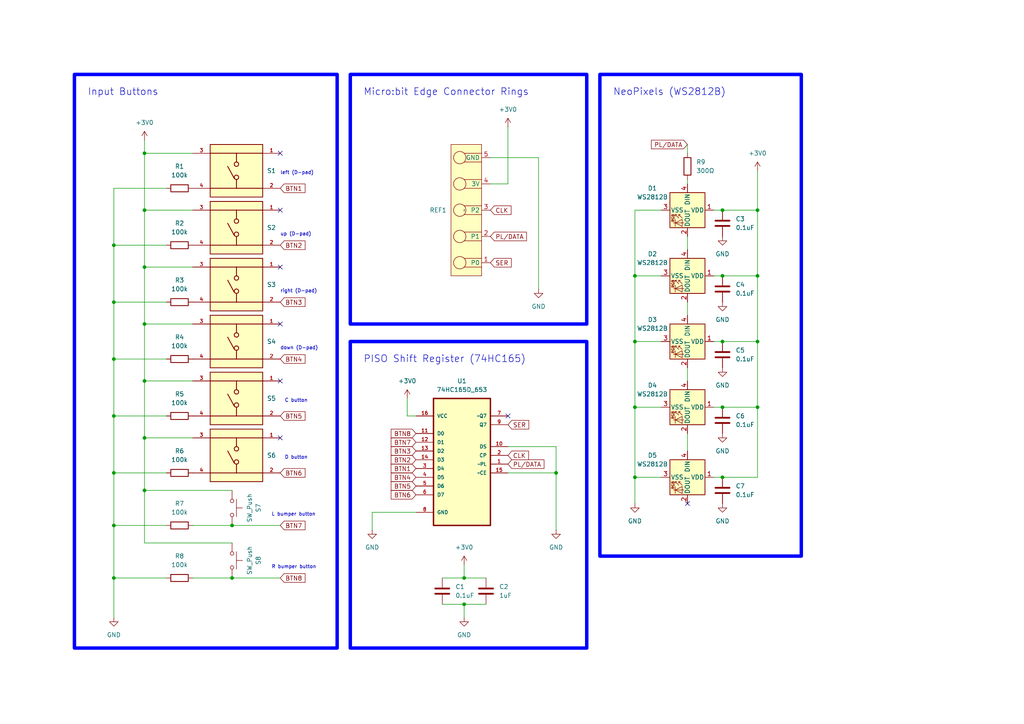
<source format=kicad_sch>
(kicad_sch (version 20230121) (generator eeschema)
  (paper "A4")
  (title_block (title "Micro:bit SMT soldering kit (with bumpers)") (date "2024-05-23") (rev "v1.3") (company "Aron Eggens"))
  (lib_symbols
    (symbol "74HC165D_653:74HC165D_653" (pin_names (offset 1.016))
      (property "Reference" "U" (at -12.7 22.86 0))
      (property "Value" "74HC165D_653" (at -11.43 -19.05 0))
      (symbol "74HC165D_653_0_0"
        (rectangle (start -12.7 21.59) (end 3.81 -15.24) (stroke (width 0.4064)) (fill (type background)))
        (pin input line (at 8.89 2.54 180) (length 5.08) (name "~PL") (number "1"))
        (pin input line (at 8.89 7.62 180) (length 5.08) (name "DS") (number "10"))
        (pin input line (at -17.78 11.43 0) (length 5.08) (name "D0") (number "11"))
        (pin input line (at -17.78 8.89 0) (length 5.08) (name "D1") (number "12"))
        (pin input line (at -17.78 6.35 0) (length 5.08) (name "D2") (number "13"))
        (pin input line (at -17.78 3.81 0) (length 5.08) (name "D3") (number "14"))
        (pin input line (at 8.89 0 180) (length 5.08) (name "~CE") (number "15"))
        (pin power_in line (at -17.78 16.51 0) (length 5.08) (name "VCC") (number "16"))
        (pin input line (at 8.89 5.08 180) (length 5.08) (name "CP") (number "2"))
        (pin input line (at -17.78 1.27 0) (length 5.08) (name "D4") (number "3"))
        (pin input line (at -17.78 -1.27 0) (length 5.08) (name "D5") (number "4"))
        (pin input line (at -17.78 -3.81 0) (length 5.08) (name "D6") (number "5"))
        (pin input line (at -17.78 -6.35 0) (length 5.08) (name "D7") (number "6"))
        (pin output line (at 8.89 16.51 180) (length 5.08) (name "~Q7") (number "7"))
        (pin passive line (at -17.78 -11.43 0) (length 5.08) (name "GND") (number "8"))
        (pin output line (at 8.89 13.97 180) (length 5.08) (name "Q7") (number "9"))
      )
    )
    (symbol "Device:C" (pin_numbers hide) (pin_names (offset 0.254))
      (property "Reference" "C" (at 0.635 2.54 0))
      (property "Value" "C" (at 0.635 -2.54 0))
      (symbol "C_0_1"
        (polyline (pts (xy -2.032 -0.762) (xy 2.032 -0.762)) (stroke (width 0.508)))
        (polyline (pts (xy -2.032 0.762) (xy 2.032 0.762)) (stroke (width 0.508)))
      )
      (symbol "C_1_1"
        (pin passive line (at 0 3.81 270) (length 2.794) (name "~") (number "1"))
        (pin passive line (at 0 -3.81 90) (length 2.794) (name "~") (number "2"))
      )
    )
    (symbol "Device:R" (pin_numbers hide) (pin_names (offset 0))
      (property "Reference" "R" (at 2.032 0 90))
      (property "Value" "R" (at 0 0 90))
      (symbol "R_0_1"
        (rectangle (start -1.016 -2.54) (end 1.016 2.54) (stroke (width 0.254)))
      )
      (symbol "R_1_1"
        (pin passive line (at 0 3.81 270) (length 1.27) (name "~") (number "1"))
        (pin passive line (at 0 -3.81 90) (length 1.27) (name "~") (number "2"))
      )
    )
    (symbol "LED:WS2812B" (pin_names (offset 0.254))
      (property "Reference" "D" (at 5.08 5.715 0))
      (property "Value" "WS2812B" (at 1.27 -5.715 0))
      (symbol "WS2812B_0_0"
        (text "RGB" (at 2.286 -4.191 0) (effects (font (size 0.762 0.762))))
      )
      (symbol "WS2812B_0_1"
        (polyline (pts (xy 1.27 -3.556) (xy 1.778 -3.556)))
        (polyline (pts (xy 1.27 -2.54) (xy 1.778 -2.54)))
        (polyline (pts (xy 4.699 -3.556) (xy 2.667 -3.556)))
        (polyline (pts (xy 2.286 -2.54) (xy 1.27 -3.556) (xy 1.27 -3.048)))
        (polyline (pts (xy 2.286 -1.524) (xy 1.27 -2.54) (xy 1.27 -2.032)))
        (polyline (pts (xy 3.683 -1.016) (xy 3.683 -3.556) (xy 3.683 -4.064)))
        (polyline (pts (xy 4.699 -1.524) (xy 2.667 -1.524) (xy 3.683 -3.556) (xy 4.699 -1.524)))
        (rectangle (start 5.08 5.08) (end -5.08 -5.08) (stroke (width 0.254)) (fill (type background)))
      )
      (symbol "WS2812B_1_1"
        (pin power_in line (at 0 7.62 270) (length 2.54) (name "VDD") (number "1"))
        (pin output line (at 7.62 0 180) (length 2.54) (name "DOUT") (number "2"))
        (pin power_in line (at 0 -7.62 90) (length 2.54) (name "VSS") (number "3"))
        (pin input line (at -7.62 0 0) (length 2.54) (name "DIN") (number "4"))
      )
    )
    (symbol "Microbit_accessory:expansion_connector"
      (property "Reference" "REF**" (at -22.86 5.08 0))
      (symbol "expansion_connector_0_1"
        (circle (center -15.24 2.54) (radius 1.7961))
        (circle (center -7.62 2.54) (radius 1.7961))
        (polyline (pts (xy -16.51 -3.81) (xy -16.51 1.27)))
        (polyline (pts (xy -13.97 1.27) (xy -13.97 -3.81)))
        (polyline (pts (xy -8.89 -3.81) (xy -8.89 1.27)))
        (polyline (pts (xy -6.35 1.27) (xy -6.35 -3.81)))
        (polyline (pts (xy -1.27 -3.81) (xy -1.27 1.27)))
        (polyline (pts (xy 1.27 1.27) (xy 1.27 -3.81)))
        (polyline (pts (xy 6.35 1.27) (xy 6.35 -3.81)))
        (polyline (pts (xy 8.89 -3.81) (xy 8.89 1.27)))
        (polyline (pts (xy 13.97 1.27) (xy 13.97 -3.81)))
        (polyline (pts (xy 16.51 1.27) (xy 16.51 -3.81)))
        (circle (center 0 2.54) (radius 1.7961))
        (circle (center 7.62 2.54) (radius 1.7961))
        (circle (center 15.24 2.54) (radius 1.7961))
      )
      (symbol "expansion_connector_1_1"
        (rectangle (start -19.05 5.08) (end 19.05 -3.81) (fill (type background)))
        (pin bidirectional line (at -15.24 -6.35 90) (length 2.54) (name "P0") (number "1"))
        (pin bidirectional line (at -7.62 -6.35 90) (length 2.54) (name "P1") (number "2"))
        (pin bidirectional line (at 0 -6.35 90) (length 2.54) (name "P2") (number "3"))
        (pin power_out line (at 7.62 -6.35 90) (length 2.54) (name "3V") (number "4"))
        (pin power_out line (at 15.24 -6.35 90) (length 2.54) (name "GND") (number "5"))
      )
    )
    (symbol "Switch:SW_Push" (pin_numbers hide) (pin_names (offset 1.016) hide)
      (property "Reference" "SW" (at 1.27 2.54 0))
      (property "Value" "SW_Push" (at 0 -1.524 0))
      (symbol "SW_Push_0_1"
        (circle (center -2.032 0) (radius 0.508))
        (polyline (pts (xy 0 1.27) (xy 0 3.048)))
        (polyline (pts (xy 2.54 1.27) (xy -2.54 1.27)))
        (circle (center 2.032 0) (radius 0.508))
        (pin passive line (at -5.08 0 0) (length 2.54) (name "1") (number "1"))
        (pin passive line (at 5.08 0 180) (length 2.54) (name "2") (number "2"))
      )
    )
    (symbol "TS04-66-95-BK-100-SMT:TS04-66-95-BK-100-SMT" (pin_names (offset 1.016))
      (property "Reference" "S" (at -7.62 8.382 0))
      (property "Value" "TS04-66-95-BK-100-SMT" (at -7.62 -8.382 0))
      (symbol "TS04-66-95-BK-100-SMT_0_0"
        (rectangle (start -7.62 -7.62) (end 7.62 7.62) (stroke (width 0.254)) (fill (type background)))
        (circle (center 0 -1.905) (radius 0.635) (stroke (width 0.254)))
        (polyline (pts (xy 0 -5.08) (xy -7.62 -5.08)) (stroke (width 0.254)))
        (polyline (pts (xy 0 -5.08) (xy 7.62 -5.08)) (stroke (width 0.254)))
        (polyline (pts (xy 0 -2.54) (xy 0 -5.08)) (stroke (width 0.254)))
        (polyline (pts (xy 0 5.08) (xy -7.62 5.08)) (stroke (width 0.254)))
        (polyline (pts (xy 0 5.08) (xy 0 2.54)) (stroke (width 0.254)))
        (polyline (pts (xy 0 5.08) (xy 7.62 5.08)) (stroke (width 0.254)))
        (polyline (pts (xy 0.635 -2.2225) (xy 2.54 1.27)) (stroke (width 0.254)))
        (circle (center 0 1.905) (radius 0.635) (stroke (width 0.254)))
        (pin passive line (at -12.7 5.08 0) (length 5.08) (name "~") (number "1"))
        (pin passive line (at -12.7 -5.08 0) (length 5.08) (name "~") (number "2"))
        (pin passive line (at 12.7 5.08 180) (length 5.08) (name "~") (number "3"))
        (pin passive line (at 12.7 -5.08 180) (length 5.08) (name "~") (number "4"))
      )
    )
    (symbol "power:+3V0" (power) (pin_names (offset 0))
      (property "Value" "+3V0" (at 0 3.556 0))
      (symbol "+3V0_0_1"
        (polyline (pts (xy -0.762 1.27) (xy 0 2.54)))
        (polyline (pts (xy 0 0) (xy 0 2.54)))
        (polyline (pts (xy 0 2.54) (xy 0.762 1.27)))
      )
      (symbol "+3V0_1_1"
        (pin power_in line (at 0 0 90) (length 0) hide (name "+3V0") (number "1"))
      )
    )
    (symbol "power:GND" (power) (pin_names (offset 0))
      (property "Value" "GND" (at 0 -3.81 0))
      (symbol "GND_0_1"
        (polyline (pts (xy 0 0) (xy 0 -1.27) (xy 1.27 -1.27) (xy 0 -2.54) (xy -1.27 -1.27) (xy 0 -1.27)))
      )
      (symbol "GND_1_1"
        (pin power_in line (at 0 0 270) (length 0) hide (name "GND") (number "1"))
      )
    )
  )
  (junction (at 33.02 167.64))
  (junction (at 184.15 99.06))
  (junction (at 209.55 80.01))
  (junction (at 67.31 167.64))
  (junction (at 41.91 77.47))
  (junction (at 33.02 152.4))
  (junction (at 209.55 99.06))
  (junction (at 219.71 80.01))
  (junction (at 41.91 127))
  (junction (at 41.91 110.49))
  (junction (at 33.02 120.65))
  (junction (at 184.15 138.43))
  (junction (at 209.55 138.43))
  (junction (at 41.91 44.45))
  (junction (at 41.91 142.24))
  (junction (at 33.02 137.16))
  (junction (at 161.29 137.16))
  (junction (at 184.15 118.11))
  (junction (at 67.31 152.4))
  (junction (at 33.02 104.14))
  (junction (at 134.62 167.64))
  (junction (at 41.91 60.96))
  (junction (at 219.71 99.06))
  (junction (at 184.15 80.01))
  (junction (at 219.71 60.96))
  (junction (at 41.91 93.98))
  (junction (at 33.02 71.12))
  (junction (at 134.62 175.26))
  (junction (at 219.71 118.11))
  (junction (at 33.02 87.63))
  (junction (at 209.55 118.11))
  (junction (at 209.55 60.96))
  (no_connect (at 81.28 110.49))
  (no_connect (at 81.28 93.98))
  (no_connect (at 81.28 77.47))
  (no_connect (at 199.39 146.05))
  (no_connect (at 81.28 44.45))
  (no_connect (at 147.32 120.65))
  (no_connect (at 81.28 60.96))
  (no_connect (at 81.28 127))
  (wire (pts (xy 207.01 118.11) (xy 209.55 118.11)))
  (wire (pts (xy 134.62 163.83) (xy 134.62 167.64)))
  (wire (pts (xy 209.55 118.11) (xy 219.71 118.11)))
  (wire (pts (xy 184.15 80.01) (xy 184.15 99.06)))
  (wire (pts (xy 134.62 175.26) (xy 140.97 175.26)))
  (wire (pts (xy 209.55 99.06) (xy 219.71 99.06)))
  (wire (pts (xy 219.71 60.96) (xy 219.71 80.01)))
  (wire (pts (xy 156.21 45.72) (xy 156.21 83.82)))
  (wire (pts (xy 184.15 118.11) (xy 191.77 118.11)))
  (wire (pts (xy 184.15 60.96) (xy 184.15 80.01)))
  (wire (pts (xy 207.01 99.06) (xy 209.55 99.06)))
  (wire (pts (xy 41.91 142.24) (xy 41.91 157.48)))
  (wire (pts (xy 33.02 71.12) (xy 33.02 87.63)))
  (wire (pts (xy 147.32 53.34) (xy 147.32 36.83)))
  (wire (pts (xy 184.15 99.06) (xy 191.77 99.06)))
  (wire (pts (xy 199.39 68.58) (xy 199.39 72.39)))
  (wire (pts (xy 41.91 77.47) (xy 41.91 93.98)))
  (wire (pts (xy 33.02 87.63) (xy 33.02 104.14)))
  (wire (pts (xy 184.15 138.43) (xy 184.15 146.05)))
  (wire (pts (xy 147.32 137.16) (xy 161.29 137.16)))
  (wire (pts (xy 48.26 137.16) (xy 33.02 137.16)))
  (wire (pts (xy 209.55 80.01) (xy 219.71 80.01)))
  (wire (pts (xy 134.62 167.64) (xy 128.27 167.64)))
  (wire (pts (xy 142.24 45.72) (xy 156.21 45.72)))
  (wire (pts (xy 67.31 152.4) (xy 81.28 152.4)))
  (wire (pts (xy 142.24 53.34) (xy 147.32 53.34)))
  (wire (pts (xy 41.91 44.45) (xy 41.91 60.96)))
  (wire (pts (xy 199.39 52.07) (xy 199.39 53.34)))
  (wire (pts (xy 41.91 142.24) (xy 67.31 142.24)))
  (wire (pts (xy 199.39 41.91) (xy 199.39 44.45)))
  (wire (pts (xy 161.29 129.54) (xy 161.29 137.16)))
  (wire (pts (xy 199.39 87.63) (xy 199.39 91.44)))
  (wire (pts (xy 48.26 167.64) (xy 33.02 167.64)))
  (wire (pts (xy 33.02 120.65) (xy 33.02 137.16)))
  (wire (pts (xy 120.65 120.65) (xy 118.11 120.65)))
  (wire (pts (xy 55.88 110.49) (xy 41.91 110.49)))
  (wire (pts (xy 209.55 60.96) (xy 219.71 60.96)))
  (wire (pts (xy 41.91 127) (xy 41.91 142.24)))
  (wire (pts (xy 199.39 125.73) (xy 199.39 130.81)))
  (wire (pts (xy 134.62 175.26) (xy 134.62 179.07)))
  (wire (pts (xy 184.15 60.96) (xy 191.77 60.96)))
  (wire (pts (xy 55.88 127) (xy 41.91 127)))
  (wire (pts (xy 147.32 129.54) (xy 161.29 129.54)))
  (wire (pts (xy 118.11 120.65) (xy 118.11 115.57)))
  (wire (pts (xy 48.26 152.4) (xy 33.02 152.4)))
  (wire (pts (xy 41.91 77.47) (xy 55.88 77.47)))
  (wire (pts (xy 48.26 54.61) (xy 33.02 54.61)))
  (wire (pts (xy 161.29 137.16) (xy 161.29 153.67)))
  (wire (pts (xy 219.71 49.53) (xy 219.71 60.96)))
  (wire (pts (xy 33.02 104.14) (xy 48.26 104.14)))
  (wire (pts (xy 209.55 138.43) (xy 219.71 138.43)))
  (wire (pts (xy 128.27 175.26) (xy 134.62 175.26)))
  (wire (pts (xy 207.01 138.43) (xy 209.55 138.43)))
  (wire (pts (xy 48.26 120.65) (xy 33.02 120.65)))
  (wire (pts (xy 41.91 40.64) (xy 41.91 44.45)))
  (wire (pts (xy 33.02 54.61) (xy 33.02 71.12)))
  (wire (pts (xy 33.02 104.14) (xy 33.02 120.65)))
  (wire (pts (xy 41.91 93.98) (xy 55.88 93.98)))
  (wire (pts (xy 207.01 60.96) (xy 209.55 60.96)))
  (wire (pts (xy 134.62 167.64) (xy 140.97 167.64)))
  (wire (pts (xy 184.15 118.11) (xy 184.15 138.43)))
  (wire (pts (xy 120.65 148.59) (xy 107.95 148.59)))
  (wire (pts (xy 48.26 71.12) (xy 33.02 71.12)))
  (wire (pts (xy 199.39 106.68) (xy 199.39 110.49)))
  (wire (pts (xy 55.88 44.45) (xy 41.91 44.45)))
  (wire (pts (xy 55.88 60.96) (xy 41.91 60.96)))
  (wire (pts (xy 33.02 137.16) (xy 33.02 152.4)))
  (wire (pts (xy 184.15 99.06) (xy 184.15 118.11)))
  (wire (pts (xy 184.15 80.01) (xy 191.77 80.01)))
  (wire (pts (xy 55.88 152.4) (xy 67.31 152.4)))
  (wire (pts (xy 33.02 152.4) (xy 33.02 167.64)))
  (wire (pts (xy 107.95 148.59) (xy 107.95 153.67)))
  (wire (pts (xy 33.02 167.64) (xy 33.02 179.07)))
  (wire (pts (xy 41.91 127) (xy 41.91 110.49)))
  (wire (pts (xy 55.88 167.64) (xy 67.31 167.64)))
  (wire (pts (xy 219.71 99.06) (xy 219.71 118.11)))
  (wire (pts (xy 207.01 80.01) (xy 209.55 80.01)))
  (wire (pts (xy 41.91 157.48) (xy 67.31 157.48)))
  (wire (pts (xy 219.71 80.01) (xy 219.71 99.06)))
  (wire (pts (xy 67.31 167.64) (xy 81.28 167.64)))
  (wire (pts (xy 219.71 118.11) (xy 219.71 138.43)))
  (wire (pts (xy 184.15 138.43) (xy 191.77 138.43)))
  (wire (pts (xy 41.91 60.96) (xy 41.91 77.47)))
  (wire (pts (xy 33.02 87.63) (xy 48.26 87.63)))
  (wire (pts (xy 41.91 93.98) (xy 41.91 110.49)))
  (rectangle (start 173.99 21.59) (end 232.41 161.29) (stroke (width 1) (color 0 0 255 0.15)))
  (rectangle (start 21.59 21.59) (end 97.79 187.96) (stroke (width 1) (color 0 0 255 0.15)))
  (rectangle (start 101.6 99.06) (end 170.18 187.96) (stroke (width 1) (color 0 0 255 0.15)))
  (rectangle (start 101.6 21.59) (end 170.18 93.98) (stroke (width 1) (color 0 0 255 0.15)))
  (text "D button" (at 82.55 133.35 0) (effects (font (size 1 1)) (justify left bottom)))
  (text "down (D-pad)" (at 81.28 101.6 0) (effects (font (size 1 1)) (justify left bottom)))
  (text "NeoPixels (WS2812B)\n" (at 177.8 27.94 0) (effects (font (size 2 2)) (justify left bottom)))
  (text "C button" (at 82.55 116.84 0) (effects (font (size 1 1)) (justify left bottom)))
  (text "Input Buttons" (at 25.4 27.94 0) (effects (font (size 2 2)) (justify left bottom)))
  (text "L bumper button" (at 78.74 149.86 0) (effects (font (size 1 1)) (justify left bottom)))
  (text "left (D-pad)" (at 81.28 50.8 0) (effects (font (size 1 1)) (justify left bottom)))
  (text "R bumper button" (at 78.74 165.1 0) (effects (font (size 1 1)) (justify left bottom)))
  (text "Micro:bit Edge Connector Rings\n" (at 105.41 27.94 0) (effects (font (size 2 2)) (justify left bottom)))
  (text "right (D-pad)" (at 81.28 85.09 0) (effects (font (size 1 1)) (justify left bottom)))
  (text "up (D-pad)" (at 81.28 68.58 0) (effects (font (size 1 1)) (justify left bottom)))
  (text "PISO Shift Register (74HC165)" (at 105.41 105.41 0) (effects (font (size 2 2)) (justify left bottom)))
  (global_label "BTN2" (shape input) (at 120.65 133.35 180) (property "Intersheetrefs" "${INTERSHEET_REFS}" (effects hide)))
  (global_label "BTN8" (shape input) (at 81.28 167.64 0) (property "Intersheetrefs" "${INTERSHEET_REFS}" (effects hide)))
  (global_label "SER" (shape input) (at 147.32 123.19 0) (property "Intersheetrefs" "${INTERSHEET_REFS}" (effects hide)))
  (global_label "BTN5" (shape input) (at 120.65 140.97 180) (property "Intersheetrefs" "${INTERSHEET_REFS}" (effects hide)))
  (global_label "BTN3" (shape input) (at 81.28 87.63 0) (property "Intersheetrefs" "${INTERSHEET_REFS}" (effects hide)))
  (global_label "CLK" (shape input) (at 147.32 132.08 0) (property "Intersheetrefs" "${INTERSHEET_REFS}" (effects hide)))
  (global_label "BTN1" (shape input) (at 120.65 135.89 180) (property "Intersheetrefs" "${INTERSHEET_REFS}" (effects hide)))
  (global_label "BTN4" (shape input) (at 81.28 104.14 0) (property "Intersheetrefs" "${INTERSHEET_REFS}" (effects hide)))
  (global_label "BTN6" (shape input) (at 120.65 143.51 180) (property "Intersheetrefs" "${INTERSHEET_REFS}" (effects hide)))
  (global_label "BTN4" (shape input) (at 120.65 138.43 180) (property "Intersheetrefs" "${INTERSHEET_REFS}" (effects hide)))
  (global_label "PL{slash}DATA" (shape input) (at 199.39 41.91 180) (property "Intersheetrefs" "${INTERSHEET_REFS}" (effects hide)))
  (global_label "SER" (shape input) (at 142.24 76.2 0) (property "Intersheetrefs" "${INTERSHEET_REFS}" (effects hide)))
  (global_label "BTN1" (shape input) (at 81.28 54.61 0) (property "Intersheetrefs" "${INTERSHEET_REFS}" (effects hide)))
  (global_label "BTN7" (shape input) (at 120.65 128.27 180) (property "Intersheetrefs" "${INTERSHEET_REFS}" (effects hide)))
  (global_label "PL{slash}DATA" (shape input) (at 147.32 134.62 0) (property "Intersheetrefs" "${INTERSHEET_REFS}" (effects hide)))
  (global_label "BTN5" (shape input) (at 81.28 120.65 0) (property "Intersheetrefs" "${INTERSHEET_REFS}" (effects hide)))
  (global_label "PL{slash}DATA" (shape input) (at 142.24 68.58 0) (property "Intersheetrefs" "${INTERSHEET_REFS}" (effects hide)))
  (global_label "BTN2" (shape input) (at 81.28 71.12 0) (property "Intersheetrefs" "${INTERSHEET_REFS}" (effects hide)))
  (global_label "CLK" (shape input) (at 142.24 60.96 0) (property "Intersheetrefs" "${INTERSHEET_REFS}" (effects hide)))
  (global_label "BTN3" (shape input) (at 120.65 130.81 180) (property "Intersheetrefs" "${INTERSHEET_REFS}" (effects hide)))
  (global_label "BTN6" (shape input) (at 81.28 137.16 0) (property "Intersheetrefs" "${INTERSHEET_REFS}" (effects hide)))
  (global_label "BTN8" (shape input) (at 120.65 125.73 180) (property "Intersheetrefs" "${INTERSHEET_REFS}" (effects hide)))
  (global_label "BTN7" (shape input) (at 81.28 152.4 0) (property "Intersheetrefs" "${INTERSHEET_REFS}" (effects hide)))
  (symbol (lib_id "power:+3V0") (at 134.62 163.83 0) (unit 1)
    (property "Reference" "#PWR06" (effects hide))
    (property "Value" "+3V0" (at 134.62 158.75 0))
  )
  (symbol (lib_id "power:GND") (at 184.15 146.05 0) (unit 1)
    (property "Reference" "#PWR015" (effects hide))
    (property "Value" "GND" (at 184.15 151.13 0))
  )
  (symbol (lib_id "power:GND") (at 33.02 179.07 0) (mirror y) (unit 1)
    (property "Reference" "#PWR02" (effects hide))
    (property "Value" "GND" (at 33.02 184.15 0))
  )
  (symbol (lib_id "TS04-66-95-BK-100-SMT:TS04-66-95-BK-100-SMT") (at 68.58 66.04 0) (mirror y) (unit 1)
    (property "Reference" "S2" (at 78.74 66.04 0))
    (property "Value" "TS04-66-95-BK-100-SMT" (effects hide))
    (property "Footprint" "TS-1002S:SW_TS04-66-95-BK-100-SMT" (effects hide))
    (property "MF" "CUI Devices" (effects hide))
    (property "Description" "6 x 6 mm, 9.5 mm Actuator Height, 100 gf, Black, Surface Mount, SPST, Tactile Switch" (effects hide))
    (property "Package" "None" (effects hide))
    (property "Price" "None" (effects hide))
    (property "Check_prices" "https://www.snapeda.com/parts/TS04-66-95-BK-100-SMT/CUI+Devices/view-part/?ref=eda" (effects hide))
    (property "STANDARD" "Manufacturer Recommendations" (effects hide))
    (property "PARTREV" "1.0" (effects hide))
    (property "SnapEDA_Link" "https://www.snapeda.com/parts/TS04-66-95-BK-100-SMT/CUI+Devices/view-part/?ref=snap" (effects hide))
    (property "MP" "TS04-66-95-BK-100-SMT" (effects hide))
    (property "CUI_purchase_URL" "https://www.cuidevices.com/product/switches/tactile-switches/ts04-66-95-bk-100-smt?utm_source=snapeda.com&utm_medium=referral&utm_campaign=snapedaBOM" (effects hide))
    (property "Availability" "In Stock" (effects hide))
    (property "MANUFACTURER" "CUI Devices" (effects hide))
  )
  (symbol (lib_id "power:GND") (at 209.55 68.58 0) (unit 1)
    (property "Reference" "#PWR08" (effects hide))
    (property "Value" "GND" (at 209.55 73.66 0))
  )
  (symbol (lib_id "TS04-66-95-BK-100-SMT:TS04-66-95-BK-100-SMT") (at 68.58 99.06 0) (mirror y) (unit 1)
    (property "Reference" "S4" (at 78.74 99.06 0))
    (property "Value" "TS04-66-95-BK-100-SMT" (effects hide))
    (property "Footprint" "TS-1002S:SW_TS04-66-95-BK-100-SMT" (effects hide))
    (property "MF" "CUI Devices" (effects hide))
    (property "Description" "6 x 6 mm, 9.5 mm Actuator Height, 100 gf, Black, Surface Mount, SPST, Tactile Switch" (effects hide))
    (property "Package" "None" (effects hide))
    (property "Price" "None" (effects hide))
    (property "Check_prices" "https://www.snapeda.com/parts/TS04-66-95-BK-100-SMT/CUI+Devices/view-part/?ref=eda" (effects hide))
    (property "STANDARD" "Manufacturer Recommendations" (effects hide))
    (property "PARTREV" "1.0" (effects hide))
    (property "SnapEDA_Link" "https://www.snapeda.com/parts/TS04-66-95-BK-100-SMT/CUI+Devices/view-part/?ref=snap" (effects hide))
    (property "MP" "TS04-66-95-BK-100-SMT" (effects hide))
    (property "CUI_purchase_URL" "https://www.cuidevices.com/product/switches/tactile-switches/ts04-66-95-bk-100-smt?utm_source=snapeda.com&utm_medium=referral&utm_campaign=snapedaBOM" (effects hide))
    (property "Availability" "In Stock" (effects hide))
    (property "MANUFACTURER" "CUI Devices" (effects hide))
  )
  (symbol (lib_id "Switch:SW_Push") (at 67.31 147.32 270) (unit 1)
    (property "Reference" "S7" (at 74.93 147.32 0))
    (property "Value" "SW_Push" (at 72.39 147.32 0))
    (property "Footprint" "TS-1037:TS-1037_right_angle" (effects hide))
  )
  (symbol (lib_id "Device:C") (at 209.55 64.77 0) (unit 1)
    (property "Reference" "C3" (at 213.36 63.5 0) (effects (justify left)))
    (property "Value" "0.1uF" (at 213.36 66.04 0) (effects (justify left)))
    (property "Footprint" "Capacitor_SMD:C_1206_3216Metric_Pad1.33x1.80mm_HandSolder" (effects hide))
  )
  (symbol (lib_id "power:+3V0") (at 118.11 115.57 0) (unit 1)
    (property "Reference" "#PWR03" (effects hide))
    (property "Value" "+3V0" (at 118.11 110.49 0))
  )
  (symbol (lib_id "Switch:SW_Push") (at 67.31 162.56 270) (unit 1)
    (property "Reference" "S8" (at 74.93 162.56 0))
    (property "Value" "SW_Push" (at 72.39 162.56 0))
    (property "Footprint" "TS-1037:TS-1037_right_angle" (effects hide))
  )
  (symbol (lib_id "74HC165D_653:74HC165D_653") (at 138.43 137.16 0) (unit 1)
    (property "Reference" "U1" (at 133.985 110.49 0))
    (property "Value" "74HC165D_653" (at 133.985 113.03 0))
    (property "Footprint" "74HC165:SOIC127P600X175-16N" (effects hide))
    (property "MF" "Nexperia USA" (effects hide))
    (property "Description" "\nShift Shift Register 1 Element 8 Bit 16-SO\n" (effects hide))
    (property "PACKAGE" "SOIC-16" (effects hide))
    (property "MPN" "74HC165D,653" (effects hide))
    (property "Package" "SO-16 Nexperia USA Inc." (effects hide))
    (property "OC_FARNELL" "1826838" (effects hide))
    (property "SnapEDA_Link" "https://www.snapeda.com/parts/74HC165D,653/Nexperia/view-part/?ref=snap" (effects hide))
    (property "MP" "74HC165D,653" (effects hide))
    (property "Purchase-URL" "https://www.snapeda.com/api/url_track_click_mouser/?unipart_id=32545&manufacturer=Nexperia USA&part_name=74HC165D,653&search_term=74hc165" (effects hide))
    (property "SUPPLIER" "NXP Semiconductors" (effects hide))
    (property "OC_NEWARK" "78R6257" (effects hide))
    (property "RS_Components_1707987_Purchase_URL" "https://www.snapeda.com/api/url_track_click/https%253A//uk.rs-online.com/web/p/counter-ics/1707987//%253Futm_campaign%253Dbuynow%2526utm_medium%253Daggregator%2526utm_source%253Dsnapeda%2526cm_mmc%253Daff-_-uk-_-snapeda-_-1707987/?unipart_id=32545&manufacturer=Nexperia USA&part_name=74HC165D,653&search_term=74hc165" (effects hide))
    (property "Check_prices" "https://www.snapeda.com/parts/74HC165D,653/Nexperia/view-part/?ref=eda" (effects hide))
  )
  (symbol (lib_id "Device:C") (at 140.97 171.45 180) (unit 1)
    (property "Reference" "C2" (at 144.78 170.18 0) (effects (justify right)))
    (property "Value" "1uF" (at 144.78 172.72 0) (effects (justify right)))
    (property "Footprint" "Capacitor_SMD:C_1206_3216Metric_Pad1.33x1.80mm_HandSolder" (effects hide))
  )
  (symbol (lib_id "Microbit_accessory:expansion_connector") (at 135.89 60.96 90) (unit 1)
    (property "Reference" "REF1" (at 129.54 60.96 90) (effects (justify left)))
    (property "Value" "~" (at 134.62 60.96 0))
    (property "Footprint" "Connector_Microbit_Edge:Edge_Connector_Rings" (effects hide))
  )
  (symbol (lib_id "LED:WS2812B") (at 199.39 99.06 270) (unit 1)
    (property "Reference" "D3" (at 189.23 92.71 90))
    (property "Value" "WS2812B" (at 189.23 95.25 90))
    (property "Footprint" "LED_SMD:LED_WS2812B_PLCC4_5.0x5.0mm_P3.2mm" (effects hide))
    (property "Datasheet" "https://cdn-shop.adafruit.com/datasheets/WS2812B.pdf" (effects hide))
  )
  (symbol (lib_id "TS04-66-95-BK-100-SMT:TS04-66-95-BK-100-SMT") (at 68.58 49.53 0) (mirror y) (unit 1)
    (property "Reference" "S1" (at 78.74 49.53 0))
    (property "Value" "TS04-66-95-BK-100-SMT" (effects hide))
    (property "Footprint" "TS-1002S:SW_TS04-66-95-BK-100-SMT" (effects hide))
    (property "MF" "CUI Devices" (effects hide))
    (property "Description" "6 x 6 mm, 9.5 mm Actuator Height, 100 gf, Black, Surface Mount, SPST, Tactile Switch" (effects hide))
    (property "Package" "None" (effects hide))
    (property "Price" "None" (effects hide))
    (property "Check_prices" "https://www.snapeda.com/parts/TS04-66-95-BK-100-SMT/CUI+Devices/view-part/?ref=eda" (effects hide))
    (property "STANDARD" "Manufacturer Recommendations" (effects hide))
    (property "PARTREV" "1.0" (effects hide))
    (property "SnapEDA_Link" "https://www.snapeda.com/parts/TS04-66-95-BK-100-SMT/CUI+Devices/view-part/?ref=snap" (effects hide))
    (property "MP" "TS04-66-95-BK-100-SMT" (effects hide))
    (property "CUI_purchase_URL" "https://www.cuidevices.com/product/switches/tactile-switches/ts04-66-95-bk-100-smt?utm_source=snapeda.com&utm_medium=referral&utm_campaign=snapedaBOM" (effects hide))
    (property "Availability" "In Stock" (effects hide))
    (property "MANUFACTURER" "CUI Devices" (effects hide))
  )
  (symbol (lib_id "power:GND") (at 209.55 106.68 0) (unit 1)
    (property "Reference" "#PWR013" (effects hide))
    (property "Value" "GND" (at 209.55 111.76 0))
  )
  (symbol (lib_id "Device:R") (at 52.07 104.14 270) (mirror x) (unit 1)
    (property "Reference" "R4" (at 52.07 97.79 90))
    (property "Value" "100k" (at 52.07 100.33 90))
    (property "Footprint" "Resistor_SMD:R_1206_3216Metric_Pad1.30x1.75mm_HandSolder" (effects hide))
  )
  (symbol (lib_id "Device:C") (at 209.55 102.87 0) (unit 1)
    (property "Reference" "C5" (at 213.36 101.6 0) (effects (justify left)))
    (property "Value" "0.1uF" (at 213.36 104.14 0) (effects (justify left)))
    (property "Footprint" "Capacitor_SMD:C_1206_3216Metric_Pad1.33x1.80mm_HandSolder" (effects hide))
  )
  (symbol (lib_id "Device:C") (at 209.55 142.24 0) (unit 1)
    (property "Reference" "C7" (at 213.36 140.97 0) (effects (justify left)))
    (property "Value" "0.1uF" (at 213.36 143.51 0) (effects (justify left)))
    (property "Footprint" "Capacitor_SMD:C_1206_3216Metric_Pad1.33x1.80mm_HandSolder" (effects hide))
  )
  (symbol (lib_id "power:GND") (at 209.55 87.63 0) (unit 1)
    (property "Reference" "#PWR012" (effects hide))
    (property "Value" "GND" (at 209.55 92.71 0))
  )
  (symbol (lib_id "Device:R") (at 52.07 137.16 270) (mirror x) (unit 1)
    (property "Reference" "R6" (at 52.07 130.81 90))
    (property "Value" "100k" (at 52.07 133.35 90))
    (property "Footprint" "Resistor_SMD:R_1206_3216Metric_Pad1.30x1.75mm_HandSolder" (effects hide))
  )
  (symbol (lib_id "Device:R") (at 199.39 48.26 0) (unit 1)
    (property "Reference" "R9" (at 201.93 46.99 0) (effects (justify left)))
    (property "Value" "300Ω" (at 201.93 49.53 0) (effects (justify left)))
    (property "Footprint" "Resistor_SMD:R_1206_3216Metric_Pad1.30x1.75mm_HandSolder" (effects hide))
  )
  (symbol (lib_id "Device:R") (at 52.07 152.4 90) (mirror x) (unit 1)
    (property "Reference" "R7" (at 52.07 146.05 90))
    (property "Value" "100k" (at 52.07 148.59 90))
    (property "Footprint" "Resistor_SMD:R_1206_3216Metric_Pad1.30x1.75mm_HandSolder" (effects hide))
  )
  (symbol (lib_id "TS04-66-95-BK-100-SMT:TS04-66-95-BK-100-SMT") (at 68.58 132.08 0) (mirror y) (unit 1)
    (property "Reference" "S6" (at 78.74 132.08 0))
    (property "Value" "TS04-66-95-BK-100-SMT" (effects hide))
    (property "Footprint" "TS-1002S:SW_TS04-66-95-BK-100-SMT" (effects hide))
    (property "MF" "CUI Devices" (effects hide))
    (property "Description" "6 x 6 mm, 9.5 mm Actuator Height, 100 gf, Black, Surface Mount, SPST, Tactile Switch" (effects hide))
    (property "Package" "None" (effects hide))
    (property "Price" "None" (effects hide))
    (property "Check_prices" "https://www.snapeda.com/parts/TS04-66-95-BK-100-SMT/CUI+Devices/view-part/?ref=eda" (effects hide))
    (property "STANDARD" "Manufacturer Recommendations" (effects hide))
    (property "PARTREV" "1.0" (effects hide))
    (property "SnapEDA_Link" "https://www.snapeda.com/parts/TS04-66-95-BK-100-SMT/CUI+Devices/view-part/?ref=snap" (effects hide))
    (property "MP" "TS04-66-95-BK-100-SMT" (effects hide))
    (property "CUI_purchase_URL" "https://www.cuidevices.com/product/switches/tactile-switches/ts04-66-95-bk-100-smt?utm_source=snapeda.com&utm_medium=referral&utm_campaign=snapedaBOM" (effects hide))
    (property "Availability" "In Stock" (effects hide))
    (property "MANUFACTURER" "CUI Devices" (effects hide))
  )
  (symbol (lib_id "power:+3V0") (at 41.91 40.64 0) (mirror y) (unit 1)
    (property "Reference" "#PWR01" (effects hide))
    (property "Value" "+3V0" (at 41.91 35.56 0))
  )
  (symbol (lib_id "power:GND") (at 156.21 83.82 0) (unit 1)
    (property "Reference" "#PWR011" (effects hide))
    (property "Value" "GND" (at 156.21 88.9 0))
  )
  (symbol (lib_id "Device:C") (at 209.55 121.92 0) (unit 1)
    (property "Reference" "C6" (at 213.36 120.65 0) (effects (justify left)))
    (property "Value" "0.1uF" (at 213.36 123.19 0) (effects (justify left)))
    (property "Footprint" "Capacitor_SMD:C_1206_3216Metric_Pad1.33x1.80mm_HandSolder" (effects hide))
  )
  (symbol (lib_id "power:GND") (at 107.95 153.67 0) (unit 1)
    (property "Reference" "#PWR04" (effects hide))
    (property "Value" "GND" (at 107.95 158.75 0))
  )
  (symbol (lib_id "power:GND") (at 209.55 146.05 0) (unit 1)
    (property "Reference" "#PWR016" (effects hide))
    (property "Value" "GND" (at 209.55 151.13 0))
  )
  (symbol (lib_id "LED:WS2812B") (at 199.39 138.43 270) (unit 1)
    (property "Reference" "D5" (at 189.23 132.08 90))
    (property "Value" "WS2812B" (at 189.23 134.62 90))
    (property "Footprint" "LED_SMD:LED_WS2812B_PLCC4_5.0x5.0mm_P3.2mm" (effects hide))
    (property "Datasheet" "https://cdn-shop.adafruit.com/datasheets/WS2812B.pdf" (effects hide))
  )
  (symbol (lib_id "Device:C") (at 128.27 171.45 180) (unit 1)
    (property "Reference" "C1" (at 132.08 170.18 0) (effects (justify right)))
    (property "Value" "0.1uF" (at 132.08 172.72 0) (effects (justify right)))
    (property "Footprint" "Capacitor_SMD:C_1206_3216Metric_Pad1.33x1.80mm_HandSolder" (effects hide))
  )
  (symbol (lib_id "LED:WS2812B") (at 199.39 118.11 270) (unit 1)
    (property "Reference" "D4" (at 189.23 111.76 90))
    (property "Value" "WS2812B" (at 189.23 114.3 90))
    (property "Footprint" "LED_SMD:LED_WS2812B_PLCC4_5.0x5.0mm_P3.2mm" (effects hide))
    (property "Datasheet" "https://cdn-shop.adafruit.com/datasheets/WS2812B.pdf" (effects hide))
  )
  (symbol (lib_id "TS04-66-95-BK-100-SMT:TS04-66-95-BK-100-SMT") (at 68.58 115.57 0) (mirror y) (unit 1)
    (property "Reference" "S5" (at 78.74 115.57 0))
    (property "Value" "TS04-66-95-BK-100-SMT" (effects hide))
    (property "Footprint" "TS-1002S:SW_TS04-66-95-BK-100-SMT" (effects hide))
    (property "MF" "CUI Devices" (effects hide))
    (property "Description" "6 x 6 mm, 9.5 mm Actuator Height, 100 gf, Black, Surface Mount, SPST, Tactile Switch" (effects hide))
    (property "Package" "None" (effects hide))
    (property "Price" "None" (effects hide))
    (property "Check_prices" "https://www.snapeda.com/parts/TS04-66-95-BK-100-SMT/CUI+Devices/view-part/?ref=eda" (effects hide))
    (property "STANDARD" "Manufacturer Recommendations" (effects hide))
    (property "PARTREV" "1.0" (effects hide))
    (property "SnapEDA_Link" "https://www.snapeda.com/parts/TS04-66-95-BK-100-SMT/CUI+Devices/view-part/?ref=snap" (effects hide))
    (property "MP" "TS04-66-95-BK-100-SMT" (effects hide))
    (property "CUI_purchase_URL" "https://www.cuidevices.com/product/switches/tactile-switches/ts04-66-95-bk-100-smt?utm_source=snapeda.com&utm_medium=referral&utm_campaign=snapedaBOM" (effects hide))
    (property "Availability" "In Stock" (effects hide))
    (property "MANUFACTURER" "CUI Devices" (effects hide))
  )
  (symbol (lib_id "Device:R") (at 52.07 87.63 270) (mirror x) (unit 1)
    (property "Reference" "R3" (at 52.07 81.28 90))
    (property "Value" "100k" (at 52.07 83.82 90))
    (property "Footprint" "Resistor_SMD:R_1206_3216Metric_Pad1.30x1.75mm_HandSolder" (effects hide))
  )
  (symbol (lib_id "Device:R") (at 52.07 167.64 90) (mirror x) (unit 1)
    (property "Reference" "R8" (at 52.07 161.29 90))
    (property "Value" "100k" (at 52.07 163.83 90))
    (property "Footprint" "Resistor_SMD:R_1206_3216Metric_Pad1.30x1.75mm_HandSolder" (effects hide))
  )
  (symbol (lib_id "Device:C") (at 209.55 83.82 0) (unit 1)
    (property "Reference" "C4" (at 213.36 82.55 0) (effects (justify left)))
    (property "Value" "0.1uF" (at 213.36 85.09 0) (effects (justify left)))
    (property "Footprint" "Capacitor_SMD:C_1206_3216Metric_Pad1.33x1.80mm_HandSolder" (effects hide))
  )
  (symbol (lib_id "TS04-66-95-BK-100-SMT:TS04-66-95-BK-100-SMT") (at 68.58 82.55 0) (mirror y) (unit 1)
    (property "Reference" "S3" (at 78.74 82.55 0))
    (property "Value" "TS04-66-95-BK-100-SMT" (effects hide))
    (property "Footprint" "TS-1002S:SW_TS04-66-95-BK-100-SMT" (effects hide))
    (property "MF" "CUI Devices" (effects hide))
    (property "Description" "6 x 6 mm, 9.5 mm Actuator Height, 100 gf, Black, Surface Mount, SPST, Tactile Switch" (effects hide))
    (property "Package" "None" (effects hide))
    (property "Price" "None" (effects hide))
    (property "Check_prices" "https://www.snapeda.com/parts/TS04-66-95-BK-100-SMT/CUI+Devices/view-part/?ref=eda" (effects hide))
    (property "STANDARD" "Manufacturer Recommendations" (effects hide))
    (property "PARTREV" "1.0" (effects hide))
    (property "SnapEDA_Link" "https://www.snapeda.com/parts/TS04-66-95-BK-100-SMT/CUI+Devices/view-part/?ref=snap" (effects hide))
    (property "MP" "TS04-66-95-BK-100-SMT" (effects hide))
    (property "CUI_purchase_URL" "https://www.cuidevices.com/product/switches/tactile-switches/ts04-66-95-bk-100-smt?utm_source=snapeda.com&utm_medium=referral&utm_campaign=snapedaBOM" (effects hide))
    (property "Availability" "In Stock" (effects hide))
    (property "MANUFACTURER" "CUI Devices" (effects hide))
  )
  (symbol (lib_id "power:GND") (at 134.62 179.07 0) (unit 1)
    (property "Reference" "#PWR05" (effects hide))
    (property "Value" "GND" (at 134.62 184.15 0))
  )
  (symbol (lib_id "power:+3V0") (at 147.32 36.83 0) (unit 1)
    (property "Reference" "#PWR010" (effects hide))
    (property "Value" "+3V0" (at 147.32 31.75 0))
  )
  (symbol (lib_id "Device:R") (at 52.07 120.65 270) (mirror x) (unit 1)
    (property "Reference" "R5" (at 52.07 114.3 90))
    (property "Value" "100k" (at 52.07 116.84 90))
    (property "Footprint" "Resistor_SMD:R_1206_3216Metric_Pad1.30x1.75mm_HandSolder" (effects hide))
  )
  (symbol (lib_id "Device:R") (at 52.07 54.61 270) (mirror x) (unit 1)
    (property "Reference" "R1" (at 52.07 48.26 90))
    (property "Value" "100k" (at 52.07 50.8 90))
    (property "Footprint" "Resistor_SMD:R_1206_3216Metric_Pad1.30x1.75mm_HandSolder" (effects hide))
  )
  (symbol (lib_id "power:+3V0") (at 219.71 49.53 0) (unit 1)
    (property "Reference" "#PWR09" (effects hide))
    (property "Value" "+3V0" (at 219.71 44.45 0))
  )
  (symbol (lib_id "Device:R") (at 52.07 71.12 270) (mirror x) (unit 1)
    (property "Reference" "R2" (at 52.07 64.77 90))
    (property "Value" "100k" (at 52.07 67.31 90))
    (property "Footprint" "Resistor_SMD:R_1206_3216Metric_Pad1.30x1.75mm_HandSolder" (effects hide))
  )
  (symbol (lib_id "LED:WS2812B") (at 199.39 60.96 270) (unit 1)
    (property "Reference" "D1" (at 189.23 54.61 90))
    (property "Value" "WS2812B" (at 189.23 57.15 90))
    (property "Footprint" "LED_SMD:LED_WS2812B_PLCC4_5.0x5.0mm_P3.2mm" (effects hide))
    (property "Datasheet" "https://cdn-shop.adafruit.com/datasheets/WS2812B.pdf" (effects hide))
  )
  (symbol (lib_id "power:GND") (at 161.29 153.67 0) (unit 1)
    (property "Reference" "#PWR07" (effects hide))
    (property "Value" "GND" (at 161.29 158.75 0))
  )
  (symbol (lib_id "LED:WS2812B") (at 199.39 80.01 270) (unit 1)
    (property "Reference" "D2" (at 189.23 73.66 90))
    (property "Value" "WS2812B" (at 189.23 76.2 90))
    (property "Footprint" "LED_SMD:LED_WS2812B_PLCC4_5.0x5.0mm_P3.2mm" (effects hide))
    (property "Datasheet" "https://cdn-shop.adafruit.com/datasheets/WS2812B.pdf" (effects hide))
  )
  (symbol (lib_id "power:GND") (at 209.55 125.73 0) (unit 1)
    (property "Reference" "#PWR014" (effects hide))
    (property "Value" "GND" (at 209.55 130.81 0))
  )
)
</source>
